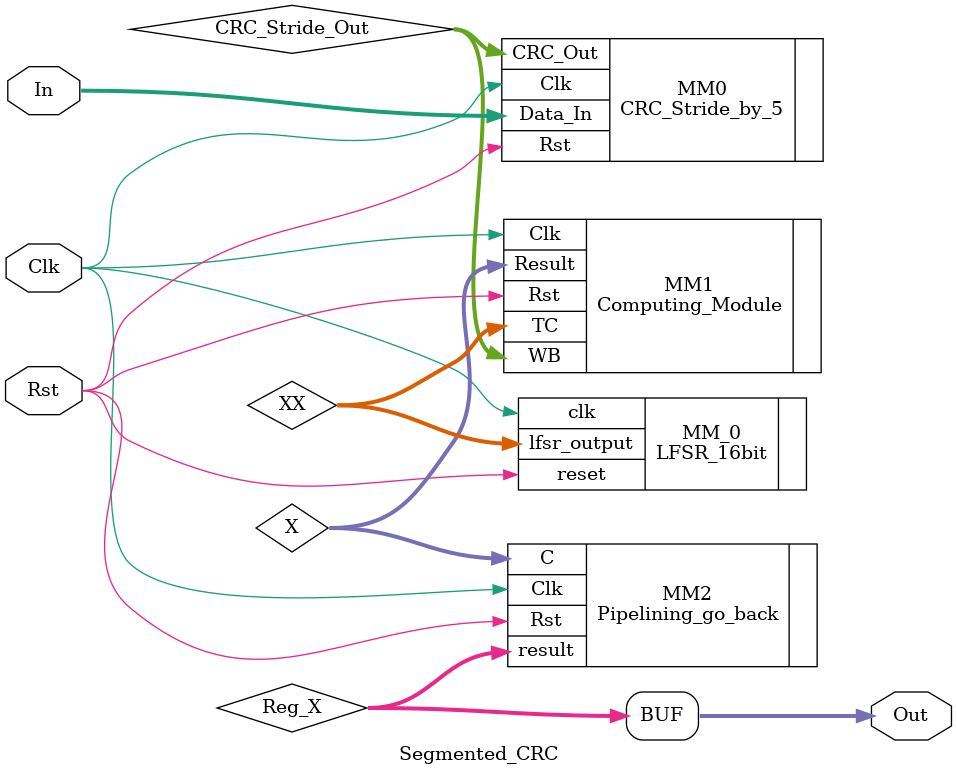
<source format=v>
module Segmented_CRC (Clk,Rst,In,Out);
  parameter N=16;
  input Clk,Rst;
  input [N-1:0]In;
  output [N-1:0]Out;
  wire [N-1:0] CRC_Stride_Out,Reg_X,X,XX;
   
    LFSR_16bit MM_0 (
    .clk(Clk), 
    .reset(Rst), 
    .lfsr_output(XX)
    );

   
  ///Region 1 & 2  CRC_Stride_by_5 with XOR /// 
  
  CRC_Stride_by_5 MM0 (
    .Clk(Clk), 
    .Rst(Rst), 
    .Data_In(In), 
    .CRC_Out(CRC_Stride_Out)
    );


///Region 3 4


Computing_Module MM1 (.Clk(Clk),.Rst(Rst),.TC(XX),.WB(CRC_Stride_Out),.Result(X));
 

Pipelining_go_back MM2 (.Clk(Clk),.Rst(Rst),.C(X),.result(Reg_X));


     
 assign Out=Reg_X;   

endmodule
</source>
